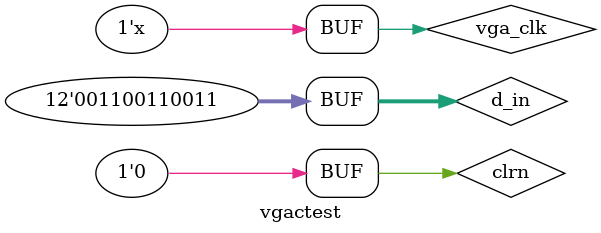
<source format=v>
`timescale 1ns / 1ps


module vgactest;

	// Inputs
	reg vga_clk;
	reg clrn;
	reg [11:0] d_in;

	// Outputs
	wire [8:0] row_addr;
	wire [9:0] col_addr;
	wire rdn;
	wire [3:0] r;
	wire [3:0] g;
	wire [3:0] b;
	wire hs;
	wire vs;

	// Instantiate the Unit Under Test (UUT)
	vgac uut (
		.vga_clk(vga_clk), 
		.clrn(clrn), 
		.d_in(d_in), 
		.row_addr(row_addr), 
		.col_addr(col_addr), 
		.rdn(rdn), 
		.r(r), 
		.g(g), 
		.b(b), 
		.hs(hs), 
		.vs(vs)
	);

	initial begin
		// Initialize Inputs
		vga_clk = 0;
		clrn = 0;
		d_in = 12'h333;

		// Wait 100 ns for global reset to finish
		#100;
        
		// Add stimulus here

	end
	
	always #5 begin vga_clk=~vga_clk; end
      
endmodule


</source>
